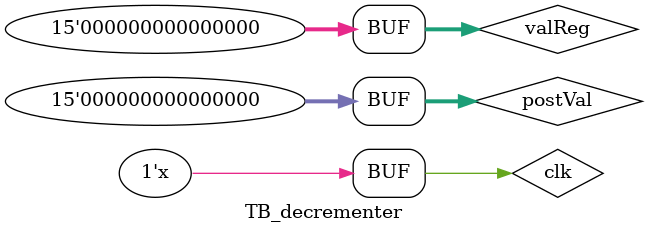
<source format=v>
`timescale 1ns / 1ps


module TB_decrementer();

    reg clk = 0;
    reg [14:0]valReg = 0;
    
    wire[14:0] postVal;
    wire flash2s;
    wire flash1s;

always #1 clk = ~clk;

Decrementer D(clk,
 valReg, postVal, flash2s, flash1s
);

initial begin
    valReg = 9999;
    #2
    valReg = postVal;
    #1
    valReg = postVal;
    #1
    valReg = postVal;
    #1
    valReg = postVal;
    #1
    valReg = postVal;
    #1
    
    
    valReg = 202;
    #1
    valReg = postVal;
    #1
    valReg = postVal;
    #1
    valReg = postVal;
    #1
    valReg = postVal;
    #1
    valReg = postVal;
    
    #1
    valReg = 3;
    #1
    valReg = postVal;
    #1
    valReg = postVal;
    #1
    valReg = postVal;
    #1
    valReg = postVal;
    #1
    valReg = postVal;
end

endmodule

</source>
